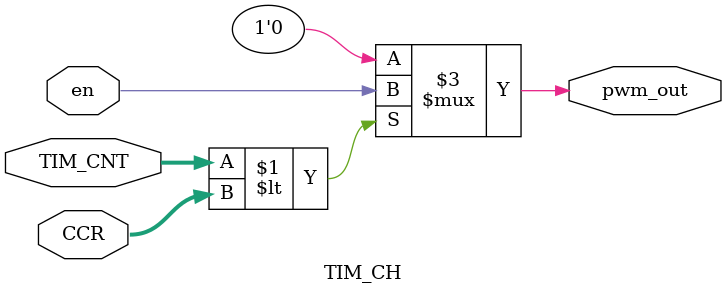
<source format=sv>
module TIM_CH(
    input logic [15:0] TIM_CNT,
    input logic en,
    input logic [15:0] CCR,
    output logic pwm_out // PWM output signal
);

assign pwm_out = (TIM_CNT < CCR) ? (1'b1 && en) : 1'b0; // Generate PWM signal based on TIM_CNT and CCR
endmodule
</source>
